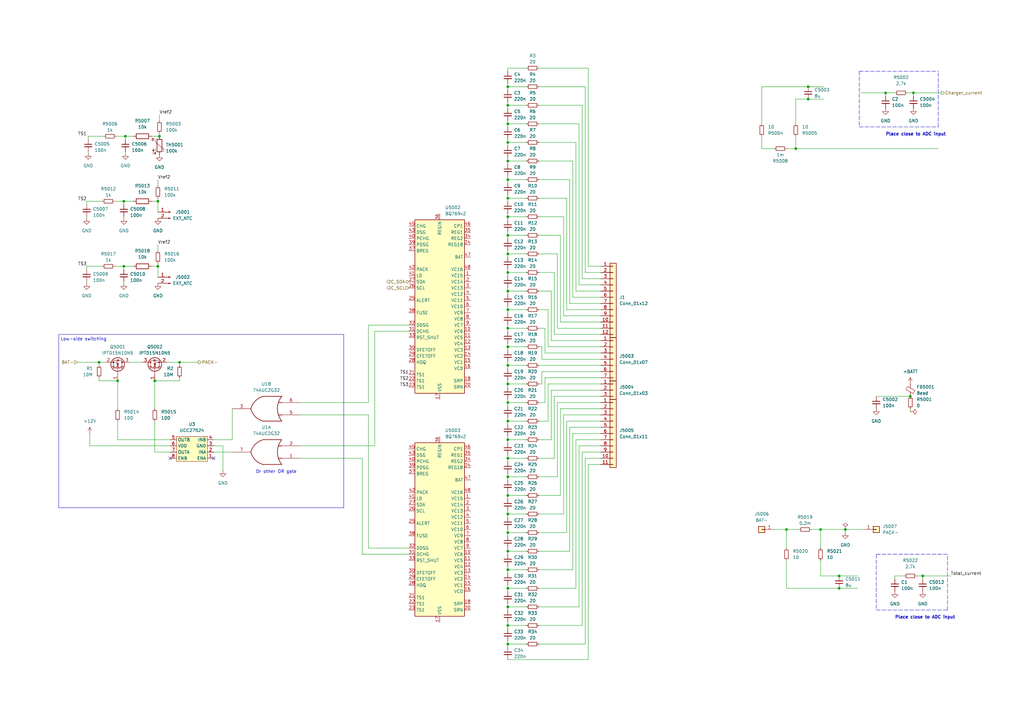
<source format=kicad_sch>
(kicad_sch (version 20231120) (generator "eeschema") (generator_version "8.0")
  (paper "A3")
  (title_block (title "GreenMobi BMS") (date "2024-02-13") (rev "ALPHA") (company "GreenMobi"))
  (junction (at 208.28 134.62))
  (junction (at 208.28 35.56))
  (junction (at 346.71 217.17))
  (junction (at 208.28 50.8))
  (junction (at 208.28 43.18))
  (junction (at 208.28 111.76))
  (junction (at 208.28 157.48))
  (junction (at 208.28 127))
  (junction (at 64.77 109.22))
  (junction (at 63.5 156.21))
  (junction (at 50.8 109.22))
  (junction (at 331.47 40.64))
  (junction (at 73.66 148.59))
  (junction (at 208.28 256.54))
  (junction (at 208.28 241.3))
  (junction (at 50.8 82.55))
  (junction (at 208.28 73.66))
  (junction (at 208.28 210.82))
  (junction (at 65.405 55.88))
  (junction (at 363.22 38.1))
  (junction (at 336.55 217.17))
  (junction (at 40.64 148.59))
  (junction (at 208.28 180.34))
  (junction (at 208.28 81.28))
  (junction (at 48.26 156.21))
  (junction (at 326.39 60.96))
  (junction (at 208.28 58.42))
  (junction (at 344.17 236.22))
  (junction (at 208.28 248.92))
  (junction (at 208.28 187.96))
  (junction (at 208.28 233.68))
  (junction (at 208.28 203.2))
  (junction (at 208.28 66.04))
  (junction (at 208.28 195.58))
  (junction (at 373.38 162.56))
  (junction (at 208.28 149.86))
  (junction (at 208.28 88.9))
  (junction (at 208.28 172.72))
  (junction (at 208.28 96.52))
  (junction (at 374.65 38.1))
  (junction (at 208.28 226.06))
  (junction (at 331.47 35.56))
  (junction (at 208.28 142.24))
  (junction (at 64.77 82.55))
  (junction (at 51.435 55.88))
  (junction (at 344.17 241.3))
  (junction (at 208.28 264.16))
  (junction (at 378.46 236.22))
  (junction (at 208.28 165.1))
  (junction (at 208.28 119.38))
  (junction (at 322.58 217.17))
  (junction (at 208.28 218.44))
  (junction (at 208.28 104.14))
  (no_connect (at 69.85 187.96))
  (no_connect (at 87.63 187.96))
  (wire (pts (xy 69.85 180.34) (xy 48.26 180.34)))
  (wire (pts (xy 215.9 111.76) (xy 208.28 111.76)))
  (wire (pts (xy 220.98 248.92) (xy 237.49 248.92)))
  (wire (pts (xy 35.56 83.82) (xy 35.56 82.55)))
  (wire (pts (xy 231.14 170.18) (xy 231.14 210.82)))
  (wire (pts (xy 312.42 35.56) (xy 331.47 35.56)))
  (wire (pts (xy 208.28 242.57) (xy 208.28 241.3)))
  (wire (pts (xy 208.28 181.61) (xy 208.28 180.34)))
  (wire (pts (xy 237.49 50.8) (xy 237.49 116.84)))
  (wire (pts (xy 51.435 62.23) (xy 51.435 62.865)))
  (wire (pts (xy 64.77 81.28) (xy 64.77 82.55)))
  (wire (pts (xy 208.28 179.07) (xy 208.28 180.34)))
  (polyline (pts (xy 359.41 250.19) (xy 388.62 250.19)) (stroke (width 0) (type dash)))
  (polyline (pts (xy 352.425 52.07) (xy 384.81 52.07)) (stroke (width 0) (type dash)))
  (wire (pts (xy 50.8 88.9) (xy 50.8 89.535)))
  (wire (pts (xy 69.85 182.88) (xy 36.83 182.88)))
  (wire (pts (xy 208.28 219.71) (xy 208.28 218.44)))
  (wire (pts (xy 220.98 50.8) (xy 237.49 50.8)))
  (wire (pts (xy 222.25 152.4) (xy 222.25 157.48)))
  (wire (pts (xy 47.625 55.88) (xy 51.435 55.88)))
  (wire (pts (xy 224.79 142.24) (xy 224.79 127)))
  (wire (pts (xy 215.9 233.68) (xy 208.28 233.68)))
  (wire (pts (xy 208.28 95.25) (xy 208.28 96.52)))
  (wire (pts (xy 378.46 236.22) (xy 389.89 236.22)))
  (wire (pts (xy 240.03 35.56) (xy 240.03 111.76)))
  (wire (pts (xy 222.25 142.24) (xy 220.98 142.24)))
  (wire (pts (xy 229.87 132.08) (xy 246.38 132.08)))
  (wire (pts (xy 215.9 241.3) (xy 208.28 241.3)))
  (wire (pts (xy 346.71 217.17) (xy 354.33 217.17)))
  (wire (pts (xy 215.9 127) (xy 208.28 127)))
  (wire (pts (xy 31.75 148.59) (xy 40.64 148.59)))
  (wire (pts (xy 246.38 137.16) (xy 227.33 137.16)))
  (wire (pts (xy 312.42 60.96) (xy 312.42 55.88)))
  (wire (pts (xy 208.28 125.73) (xy 208.28 127)))
  (wire (pts (xy 222.25 147.32) (xy 222.25 142.24)))
  (wire (pts (xy 220.98 104.14) (xy 228.6 104.14)))
  (wire (pts (xy 208.28 118.11) (xy 208.28 119.38)))
  (wire (pts (xy 208.28 97.79) (xy 208.28 96.52)))
  (wire (pts (xy 215.9 264.16) (xy 208.28 264.16)))
  (wire (pts (xy 215.9 58.42) (xy 208.28 58.42)))
  (wire (pts (xy 246.38 160.02) (xy 226.06 160.02)))
  (wire (pts (xy 167.64 133.35) (xy 151.13 133.35)))
  (wire (pts (xy 233.68 175.26) (xy 233.68 226.06)))
  (wire (pts (xy 246.38 129.54) (xy 231.14 129.54)))
  (wire (pts (xy 238.76 185.42) (xy 238.76 256.54)))
  (wire (pts (xy 208.28 90.17) (xy 208.28 88.9)))
  (wire (pts (xy 375.92 236.22) (xy 378.46 236.22)))
  (wire (pts (xy 220.98 81.28) (xy 232.41 81.28)))
  (wire (pts (xy 232.41 81.28) (xy 232.41 127)))
  (wire (pts (xy 208.28 163.83) (xy 208.28 165.1)))
  (wire (pts (xy 238.76 114.3) (xy 238.76 43.18)))
  (wire (pts (xy 208.28 265.43) (xy 208.28 264.16)))
  (wire (pts (xy 65.405 54.61) (xy 65.405 55.88)))
  (wire (pts (xy 236.22 119.38) (xy 236.22 58.42)))
  (wire (pts (xy 208.28 232.41) (xy 208.28 233.68)))
  (wire (pts (xy 246.38 142.24) (xy 224.79 142.24)))
  (wire (pts (xy 167.64 135.89) (xy 153.67 135.89)))
  (wire (pts (xy 223.52 134.62) (xy 223.52 144.78)))
  (wire (pts (xy 353.06 38.1) (xy 363.22 38.1)))
  (wire (pts (xy 226.06 160.02) (xy 226.06 180.34)))
  (wire (pts (xy 246.38 152.4) (xy 222.25 152.4)))
  (wire (pts (xy 208.28 113.03) (xy 208.28 111.76)))
  (wire (pts (xy 215.9 172.72) (xy 208.28 172.72)))
  (wire (pts (xy 246.38 185.42) (xy 238.76 185.42)))
  (wire (pts (xy 36.195 55.88) (xy 42.545 55.88)))
  (wire (pts (xy 226.06 139.7) (xy 246.38 139.7)))
  (wire (pts (xy 215.9 210.82) (xy 208.28 210.82)))
  (wire (pts (xy 208.28 67.31) (xy 208.28 66.04)))
  (wire (pts (xy 208.28 82.55) (xy 208.28 81.28)))
  (wire (pts (xy 63.5 185.42) (xy 63.5 172.72)))
  (wire (pts (xy 208.28 227.33) (xy 208.28 226.06)))
  (wire (pts (xy 240.03 111.76) (xy 246.38 111.76)))
  (wire (pts (xy 246.38 165.1) (xy 228.6 165.1)))
  (wire (pts (xy 246.38 147.32) (xy 222.25 147.32)))
  (wire (pts (xy 123.19 187.96) (xy 148.59 187.96)))
  (wire (pts (xy 64.77 113.665) (xy 64.77 109.22)))
  (wire (pts (xy 220.98 58.42) (xy 236.22 58.42)))
  (wire (pts (xy 246.38 180.34) (xy 236.22 180.34)))
  (wire (pts (xy 215.9 180.34) (xy 208.28 180.34)))
  (wire (pts (xy 208.28 224.79) (xy 208.28 226.06)))
  (wire (pts (xy 237.49 182.88) (xy 237.49 248.92)))
  (wire (pts (xy 336.55 229.87) (xy 336.55 236.22)))
  (wire (pts (xy 322.58 60.96) (xy 326.39 60.96)))
  (wire (pts (xy 208.28 217.17) (xy 208.28 218.44)))
  (wire (pts (xy 220.98 241.3) (xy 236.22 241.3)))
  (wire (pts (xy 220.98 111.76) (xy 227.33 111.76)))
  (wire (pts (xy 236.22 180.34) (xy 236.22 241.3)))
  (wire (pts (xy 234.95 177.8) (xy 234.95 233.68)))
  (wire (pts (xy 237.49 116.84) (xy 246.38 116.84)))
  (wire (pts (xy 62.23 82.55) (xy 64.77 82.55)))
  (wire (pts (xy 148.59 187.96) (xy 148.59 227.33)))
  (wire (pts (xy 40.64 156.21) (xy 40.64 154.94)))
  (wire (pts (xy 322.58 229.87) (xy 322.58 241.3)))
  (wire (pts (xy 208.28 57.15) (xy 208.28 58.42)))
  (wire (pts (xy 359.41 162.56) (xy 373.38 162.56)))
  (wire (pts (xy 223.52 154.94) (xy 246.38 154.94)))
  (wire (pts (xy 215.9 218.44) (xy 208.28 218.44)))
  (wire (pts (xy 215.9 226.06) (xy 208.28 226.06)))
  (wire (pts (xy 208.28 158.75) (xy 208.28 157.48)))
  (wire (pts (xy 215.9 142.24) (xy 208.28 142.24)))
  (wire (pts (xy 215.9 43.18) (xy 208.28 43.18)))
  (wire (pts (xy 208.28 64.77) (xy 208.28 66.04)))
  (wire (pts (xy 91.44 182.88) (xy 91.44 193.04)))
  (wire (pts (xy 51.435 55.88) (xy 54.61 55.88)))
  (wire (pts (xy 40.64 148.59) (xy 43.18 148.59)))
  (wire (pts (xy 246.38 182.88) (xy 237.49 182.88)))
  (wire (pts (xy 215.9 203.2) (xy 208.28 203.2)))
  (wire (pts (xy 40.64 156.21) (xy 48.26 156.21)))
  (wire (pts (xy 50.8 115.57) (xy 50.8 116.205)))
  (wire (pts (xy 220.98 96.52) (xy 229.87 96.52)))
  (wire (pts (xy 367.03 236.22) (xy 370.84 236.22)))
  (wire (pts (xy 208.28 120.65) (xy 208.28 119.38)))
  (wire (pts (xy 220.98 226.06) (xy 233.68 226.06)))
  (wire (pts (xy 215.9 195.58) (xy 208.28 195.58)))
  (wire (pts (xy 220.98 35.56) (xy 240.03 35.56)))
  (polyline (pts (xy 352.425 29.21) (xy 384.81 29.21)) (stroke (width 0) (type dash)))
  (wire (pts (xy 227.33 137.16) (xy 227.33 111.76)))
  (wire (pts (xy 215.9 104.14) (xy 208.28 104.14)))
  (wire (pts (xy 46.99 109.22) (xy 50.8 109.22)))
  (wire (pts (xy 223.52 134.62) (xy 220.98 134.62)))
  (wire (pts (xy 226.06 119.38) (xy 226.06 139.7)))
  (polyline (pts (xy 352.425 29.21) (xy 352.425 52.07)) (stroke (width 0) (type dash)))
  (wire (pts (xy 373.38 168.91) (xy 373.38 167.64)))
  (wire (pts (xy 208.28 212.09) (xy 208.28 210.82)))
  (wire (pts (xy 208.28 105.41) (xy 208.28 104.14)))
  (wire (pts (xy 40.64 148.59) (xy 40.64 149.86)))
  (wire (pts (xy 220.98 195.58) (xy 228.6 195.58)))
  (wire (pts (xy 220.98 43.18) (xy 238.76 43.18)))
  (wire (pts (xy 51.435 57.15) (xy 51.435 55.88)))
  (wire (pts (xy 64.77 86.995) (xy 64.77 82.55)))
  (wire (pts (xy 208.28 257.81) (xy 208.28 256.54)))
  (wire (pts (xy 215.9 157.48) (xy 208.28 157.48)))
  (wire (pts (xy 363.22 38.1) (xy 363.22 39.37)))
  (wire (pts (xy 151.13 133.35) (xy 151.13 165.1)))
  (wire (pts (xy 229.87 96.52) (xy 229.87 132.08)))
  (wire (pts (xy 374.65 38.1) (xy 386.08 38.1)))
  (wire (pts (xy 208.28 240.03) (xy 208.28 241.3)))
  (wire (pts (xy 232.41 127) (xy 246.38 127)))
  (wire (pts (xy 227.33 162.56) (xy 227.33 187.96)))
  (wire (pts (xy 215.9 256.54) (xy 208.28 256.54)))
  (wire (pts (xy 378.46 236.22) (xy 378.46 237.49)))
  (wire (pts (xy 208.28 171.45) (xy 208.28 172.72)))
  (wire (pts (xy 50.8 110.49) (xy 50.8 109.22)))
  (wire (pts (xy 224.79 157.48) (xy 224.79 172.72)))
  (wire (pts (xy 208.28 156.21) (xy 208.28 157.48)))
  (wire (pts (xy 220.98 88.9) (xy 231.14 88.9)))
  (wire (pts (xy 215.9 50.8) (xy 208.28 50.8)))
  (wire (pts (xy 46.99 82.55) (xy 50.8 82.55)))
  (wire (pts (xy 246.38 187.96) (xy 240.03 187.96)))
  (wire (pts (xy 322.58 217.17) (xy 322.58 224.79)))
  (wire (pts (xy 215.9 187.96) (xy 208.28 187.96)))
  (wire (pts (xy 208.28 250.19) (xy 208.28 248.92)))
  (wire (pts (xy 215.9 35.56) (xy 208.28 35.56)))
  (wire (pts (xy 215.9 73.66) (xy 208.28 73.66)))
  (wire (pts (xy 73.66 148.59) (xy 81.28 148.59)))
  (wire (pts (xy 208.28 110.49) (xy 208.28 111.76)))
  (wire (pts (xy 220.98 264.16) (xy 240.03 264.16)))
  (wire (pts (xy 151.13 170.18) (xy 123.19 170.18)))
  (wire (pts (xy 208.28 143.51) (xy 208.28 142.24)))
  (wire (pts (xy 208.28 234.95) (xy 208.28 233.68)))
  (wire (pts (xy 208.28 102.87) (xy 208.28 104.14)))
  (polyline (pts (xy 359.41 227.33) (xy 359.41 250.19)) (stroke (width 0) (type dash)))
  (wire (pts (xy 220.98 119.38) (xy 226.06 119.38)))
  (wire (pts (xy 48.26 180.34) (xy 48.26 172.72)))
  (wire (pts (xy 48.26 156.21) (xy 48.26 167.64)))
  (wire (pts (xy 153.67 135.89) (xy 153.67 182.88)))
  (wire (pts (xy 229.87 167.64) (xy 229.87 203.2)))
  (wire (pts (xy 374.65 38.1) (xy 374.65 39.37)))
  (wire (pts (xy 246.38 175.26) (xy 233.68 175.26)))
  (wire (pts (xy 208.28 34.29) (xy 208.28 35.56)))
  (wire (pts (xy 62.23 55.88) (xy 65.405 55.88)))
  (wire (pts (xy 246.38 190.5) (xy 241.3 190.5)))
  (wire (pts (xy 95.25 167.64) (xy 95.25 180.34)))
  (wire (pts (xy 367.03 237.49) (xy 367.03 236.22)))
  (polyline (pts (xy 388.62 250.19) (xy 388.62 227.33)) (stroke (width 0) (type dash)))
  (wire (pts (xy 63.5 156.21) (xy 63.5 167.64)))
  (wire (pts (xy 215.9 149.86) (xy 208.28 149.86)))
  (wire (pts (xy 36.83 182.88) (xy 36.83 177.8)))
  (wire (pts (xy 215.9 119.38) (xy 208.28 119.38)))
  (wire (pts (xy 246.38 124.46) (xy 233.68 124.46)))
  (wire (pts (xy 246.38 167.64) (xy 229.87 167.64)))
  (wire (pts (xy 35.56 110.49) (xy 35.56 109.22)))
  (polyline (pts (xy 384.81 52.07) (xy 384.81 29.21)) (stroke (width 0) (type dash)))
  (wire (pts (xy 332.74 217.17) (xy 336.55 217.17)))
  (wire (pts (xy 240.03 187.96) (xy 240.03 264.16)))
  (wire (pts (xy 151.13 165.1) (xy 123.19 165.1)))
  (wire (pts (xy 322.58 241.3) (xy 344.17 241.3)))
  (wire (pts (xy 208.28 133.35) (xy 208.28 134.62)))
  (wire (pts (xy 223.52 165.1) (xy 220.98 165.1)))
  (wire (pts (xy 87.63 185.42) (xy 95.25 185.42)))
  (wire (pts (xy 208.28 209.55) (xy 208.28 210.82)))
  (wire (pts (xy 220.98 233.68) (xy 234.95 233.68)))
  (wire (pts (xy 344.17 236.22) (xy 351.79 236.22)))
  (wire (pts (xy 208.28 173.99) (xy 208.28 172.72)))
  (wire (pts (xy 208.28 204.47) (xy 208.28 203.2)))
  (wire (pts (xy 95.25 180.34) (xy 87.63 180.34)))
  (wire (pts (xy 220.98 210.82) (xy 231.14 210.82)))
  (wire (pts (xy 208.28 52.07) (xy 208.28 50.8)))
  (wire (pts (xy 208.28 128.27) (xy 208.28 127)))
  (wire (pts (xy 208.28 189.23) (xy 208.28 187.96)))
  (wire (pts (xy 234.95 66.04) (xy 234.95 121.92)))
  (wire (pts (xy 87.63 182.88) (xy 91.44 182.88)))
  (wire (pts (xy 35.56 109.22) (xy 41.91 109.22)))
  (wire (pts (xy 223.52 165.1) (xy 223.52 154.94)))
  (wire (pts (xy 73.66 154.94) (xy 73.66 156.21)))
  (wire (pts (xy 148.59 227.33) (xy 167.64 227.33)))
  (wire (pts (xy 246.38 114.3) (xy 238.76 114.3)))
  (wire (pts (xy 220.98 218.44) (xy 232.41 218.44)))
  (wire (pts (xy 208.28 41.91) (xy 208.28 43.18)))
  (wire (pts (xy 326.39 40.64) (xy 326.39 50.8)))
  (wire (pts (xy 220.98 149.86) (xy 246.38 149.86)))
  (wire (pts (xy 231.14 129.54) (xy 231.14 88.9)))
  (wire (pts (xy 215.9 66.04) (xy 208.28 66.04)))
  (wire (pts (xy 222.25 157.48) (xy 220.98 157.48)))
  (wire (pts (xy 312.42 35.56) (xy 312.42 50.8)))
  (wire (pts (xy 246.38 119.38) (xy 236.22 119.38)))
  (wire (pts (xy 208.28 36.83) (xy 208.28 35.56)))
  (wire (pts (xy 326.39 60.96) (xy 384.81 60.96)))
  (wire (pts (xy 220.98 127) (xy 224.79 127)))
  (wire (pts (xy 363.22 38.1) (xy 367.03 38.1)))
  (wire (pts (xy 317.5 217.17) (xy 322.58 217.17)))
  (wire (pts (xy 208.28 80.01) (xy 208.28 81.28)))
  (wire (pts (xy 234.95 121.92) (xy 246.38 121.92)))
  (wire (pts (xy 246.38 162.56) (xy 227.33 162.56)))
  (wire (pts (xy 50.8 83.82) (xy 50.8 82.55)))
  (wire (pts (xy 208.28 194.31) (xy 208.28 195.58)))
  (wire (pts (xy 151.13 224.79) (xy 151.13 170.18)))
  (wire (pts (xy 326.39 40.64) (xy 331.47 40.64)))
  (wire (pts (xy 208.28 59.69) (xy 208.28 58.42)))
  (wire (pts (xy 35.56 82.55) (xy 41.91 82.55)))
  (wire (pts (xy 53.34 148.59) (xy 58.42 148.59)))
  (wire (pts (xy 346.71 218.44) (xy 346.71 217.17)))
  (wire (pts (xy 215.9 165.1) (xy 208.28 165.1)))
  (wire (pts (xy 220.98 187.96) (xy 227.33 187.96)))
  (wire (pts (xy 208.28 72.39) (xy 208.28 73.66)))
  (wire (pts (xy 336.55 236.22) (xy 344.17 236.22)))
  (wire (pts (xy 35.56 89.535) (xy 35.56 88.9)))
  (wire (pts (xy 208.28 135.89) (xy 208.28 134.62)))
  (wire (pts (xy 208.28 44.45) (xy 208.28 43.18)))
  (wire (pts (xy 69.85 185.42) (xy 63.5 185.42)))
  (wire (pts (xy 246.38 172.72) (xy 232.41 172.72)))
  (wire (pts (xy 36.195 62.865) (xy 36.195 62.23)))
  (wire (pts (xy 232.41 172.72) (xy 232.41 218.44)))
  (wire (pts (xy 326.39 60.96) (xy 326.39 55.88)))
  (wire (pts (xy 372.11 38.1) (xy 374.65 38.1)))
  (wire (pts (xy 215.9 134.62) (xy 208.28 134.62)))
  (wire (pts (xy 220.98 27.94) (xy 241.3 27.94)))
  (wire (pts (xy 228.6 134.62) (xy 228.6 104.14)))
  (wire (pts (xy 215.9 248.92) (xy 208.28 248.92)))
  (wire (pts (xy 208.28 186.69) (xy 208.28 187.96)))
  (wire (pts (xy 233.68 124.46) (xy 233.68 73.66)))
  (wire (pts (xy 246.38 170.18) (xy 231.14 170.18)))
  (wire (pts (xy 241.3 109.22) (xy 241.3 27.94)))
  (wire (pts (xy 241.3 270.51) (xy 208.28 270.51)))
  (wire (pts (xy 64.77 100.33) (xy 64.77 102.87)))
  (wire (pts (xy 312.42 60.96) (xy 317.5 60.96)))
  (wire (pts (xy 336.55 217.17) (xy 346.71 217.17)))
  (wire (pts (xy 63.5 156.21) (xy 73.66 156.21)))
  (wire (pts (xy 208.28 74.93) (xy 208.28 73.66)))
  (wire (pts (xy 208.28 247.65) (xy 208.28 248.92)))
  (wire (pts (xy 228.6 165.1) (xy 228.6 195.58)))
  (wire (pts (xy 208.28 87.63) (xy 208.28 88.9)))
  (wire (pts (xy 220.98 172.72) (xy 224.79 172.72)))
  (wire (pts (xy 208.28 29.21) (xy 208.28 27.94)))
  (wire (pts (xy 220.98 66.04) (xy 234.95 66.04)))
  (wire (pts (xy 336.55 217.17) (xy 336.55 224.79)))
  (wire (pts (xy 220.98 180.34) (xy 226.06 180.34)))
  (wire (pts (xy 246.38 157.48) (xy 224.79 157.48)))
  (wire (pts (xy 215.9 96.52) (xy 208.28 96.52)))
  (wire (pts (xy 220.98 203.2) (xy 229.87 203.2)))
  (wire (pts (xy 220.98 73.66) (xy 233.68 73.66)))
  (wire (pts (xy 50.8 82.55) (xy 54.61 82.55)))
  (wire (pts (xy 35.56 116.205) (xy 35.56 115.57)))
  (wire (pts (xy 246.38 134.62) (xy 228.6 134.62)))
  (wire (pts (xy 208.28 255.27) (xy 208.28 256.54)))
  (wire (pts (xy 246.38 109.22) (xy 241.3 109.22)))
  (wire (pts (xy 208.28 49.53) (xy 208.28 50.8)))
  (wire (pts (xy 220.98 256.54) (xy 238.76 256.54)))
  (wire (pts (xy 331.47 40.64) (xy 337.82 40.64)))
  (wire (pts (xy 65.405 46.99) (xy 65.405 49.53)))
  (wire (pts (xy 68.58 148.59) (xy 73.66 148.59)))
  (wire (pts (xy 246.38 177.8) (xy 234.95 177.8)))
  (wire (pts (xy 241.3 190.5) (xy 241.3 270.51)))
  (wire (pts (xy 208.28 27.94) (xy 215.9 27.94)))
  (wire (pts (xy 208.28 151.13) (xy 208.28 149.86)))
  (polyline (pts (xy 359.41 227.33) (xy 388.62 227.33)) (stroke (width 0) (type dash)))
  (wire (pts (xy 208.28 148.59) (xy 208.28 149.86)))
  (wire (pts (xy 208.28 262.89) (xy 208.28 264.16)))
  (wire (pts (xy 62.23 109.22) (xy 64.77 109.22)))
  (wire (pts (xy 208.28 166.37) (xy 208.28 165.1)))
  (wire (pts (xy 73.66 148.59) (xy 73.66 149.86)))
  (wire (pts (xy 344.17 241.3) (xy 351.79 241.3)))
  (wire (pts (xy 215.9 81.28) (xy 208.28 81.28)))
  (wire (pts (xy 50.8 109.22) (xy 54.61 109.22)))
  (wire (pts (xy 208.28 201.93) (xy 208.28 203.2)))
  (wire (pts (xy 64.77 107.95) (xy 64.77 109.22)))
  (wire (pts (xy 64.77 73.66) (xy 64.77 76.2)))
  (wire (pts (xy 322.58 217.17) (xy 327.66 217.17)))
  (wire (pts (xy 167.64 224.79) (xy 151.13 224.79)))
  (wire (pts (xy 208.28 140.97) (xy 208.28 142.24)))
  (wire (pts (xy 331.47 35.56) (xy 337.82 35.56)))
  (wire (pts (xy 153.67 182.88) (xy 123.19 182.88)))
  (wire (pts (xy 208.28 196.85) (xy 208.28 195.58)))
  (wire (pts (xy 223.52 144.78) (xy 246.38 144.78)))
  (wire (pts (xy 215.9 88.9) (xy 208.28 88.9)))
  (wire (pts (xy 36.195 57.15) (xy 36.195 55.88)))
  (rectangle (start 24.13 137.16) (end 140.97 208.28))
  (text "Or other OR gate" (at 113.284 193.548 0) (effects (font (size 1.27 1.27))))
  (text "Place close to ADC input" (at 363.22 55.88 0) (effects (font (size 1.27 1.27) (bold yes)) (justify left bottom)))
  (text "Low-side switching" (at 34.29 139.192 0) (effects (font (size 1.27 1.27))))
  (text "Place close to ADC input" (at 367.03 254 0) (effects (font (size 1.27 1.27) (bold yes)) (justify left bottom)))
  (label "TS3" (at 167.64 158.75 180))
  (label "TS1" (at 167.64 153.67 180))
  (label "Total_current" (at 389.89 236.22 0))
  (label "TS2" (at 35.56 82.55 180))
  (label "TS1" (at 35.56 55.88 180))
  (label "Vref2" (at 64.77 100.33 0))
  (label "TS2" (at 167.64 156.21 180))
  (label "Vref2" (at 65.405 46.99 0))
  (label "Vref2" (at 64.77 73.66 0))
  (label "TS3" (at 35.56 109.22 180))
  (hierarchical_label "PACK-" (shape output) (at 81.28 148.59 0))
  (hierarchical_label "I2C_SDA" (shape bidirectional) (at 167.64 115.57 180))
  (hierarchical_label "Charger_current" (shape output) (at 386.08 38.1 0))
  (hierarchical_label "I2C_SCL" (shape input) (at 167.64 118.11 180))
  (hierarchical_label "BAT-" (shape input) (at 31.75 148.59 180))
  (symbol (lib_id "Connector_Generic:Conn_01x01") (at 312.42 217.17 180) (unit 1)
    (property "Reference" "J5006" (at 312.42 210.82 0))
    (property "Value" "BAT-" (at 312.42 213.36 0))
    (property "Footprint" "TestPoint:TestPoint_Pad_4.0x4.0mm" (effects (hide yes)))
  )
  (symbol (lib_id "74xGxx:74AUC2G32") (at 107.95 185.42 180) (unit 1)
    (property "Reference" "U1" (at 109.22 175.26 0))
    (property "Value" "74AUC2G32" (at 109.22 177.8 0))
    (property "Datasheet" "http://www.ti.com/lit/sg/scyt129e/scyt129e.pdf" (effects (hide yes)))
    (property "Description" "Dual OR Gate, Low-Voltage CMOS" (effects (hide yes)))
  )
  (symbol (lib_id "power:GND") (at 91.44 193.04 0) (unit 1)
    (property "Reference" "#PWR04" (effects (hide yes)))
    (property "Value" "GND" (at 91.44 198.12 0))
  )
  (symbol (lib_id "Device:R_Small") (at 64.77 105.41 0) (unit 1)
    (property "Reference" "R5016" (at 67.31 104.14 0) (effects (justify left)))
    (property "Value" "100k" (at 67.31 106.68 0) (effects (justify left)))
    (property "Footprint" "Resistor_SMD:R_0603_1608Metric" (effects (hide yes)))
  )
  (symbol (lib_id "Device:C_Small") (at 35.56 86.36 0) (unit 1)
    (property "Reference" "C5007" (at 38.1 85.7313 0) (effects (justify left)))
    (property "Value" "100n" (at 38.1 88.2713 0) (effects (justify left)))
    (property "Footprint" "Capacitor_SMD:C_0402_1005Metric" (effects (hide yes)))
  )
  (symbol (lib_id "power:GND") (at 64.77 116.205 0) (mirror y) (unit 1)
    (property "Reference" "#PWR05014" (effects (hide yes)))
    (property "Value" "GND" (at 64.77 121.285 0))
  )
  (symbol (lib_id "Connector_Generic:Conn_01x11") (at 251.46 177.8 0) (unit 1)
    (property "Reference" "J5005" (at 254 176.5299 0) (effects (justify left)))
    (property "Value" "Conn_01x11" (at 254 179.0699 0) (effects (justify left)))
    (property "Footprint" "Connector_JST:JST_PH_S11B-PH-SM4-TB_1x11-1MP_P2.00mm_Horizontal" (effects (hide yes)))
    (property "Description" "Generic connector, single row, 01x11, script generated (kicad-library-utils/schlib/autogen/connector/)" (effects (hide yes)))
    (property "LCSC" "C3012280" (effects (hide yes)))
  )
  (symbol (lib_id "Device:C_Small") (at 208.28 69.85 0) (unit 1)
    (property "Reference" "C8" (at 210.82 68.5862 0) (effects (justify left)))
    (property "Value" "220n" (at 210.82 71.1262 0) (effects (justify left)))
    (property "Description" "Unpolarized capacitor, small symbol" (effects (hide yes)))
  )
  (symbol (lib_id "Connector_Generic:Conn_01x12") (at 251.46 121.92 0) (unit 1)
    (property "Reference" "J1" (at 254 121.9199 0) (effects (justify left)))
    (property "Value" "Conn_01x12" (at 254 124.4599 0) (effects (justify left)))
    (property "Description" "Generic connector, single row, 01x12, script generated (kicad-library-utils/schlib/autogen/connector/)" (effects (hide yes)))
  )
  (symbol (lib_id "power:PWR_FLAG") (at 373.38 168.91 270) (unit 1)
    (property "Reference" "#FLG05001" (effects (hide yes)))
    (property "Value" "PWR_FLAG" (effects (hide yes)))
  )
  (symbol (lib_id "Connector_Generic:Conn_01x01") (at 359.41 217.17 0) (unit 1)
    (property "Reference" "J5007" (at 361.95 215.8999 0) (effects (justify left)))
    (property "Value" "PACK-" (at 361.95 218.4399 0) (effects (justify left)))
    (property "Footprint" "TestPoint:TestPoint_Pad_4.0x4.0mm" (effects (hide yes)))
  )
  (symbol (lib_id "Connector:Conn_01x02_Pin") (at 69.85 113.665 0) (mirror y) (unit 1)
    (property "Reference" "J5002" (at 74.93 113.665 0))
    (property "Value" "EXT_NTC" (at 74.93 116.205 0))
    (property "Footprint" "Connector_JST:JST_PH_S2B-PH-SM4-TB_1x02-1MP_P2.00mm_Horizontal" (effects (hide yes)))
  )
  (symbol (lib_id "Device:R_Small") (at 218.44 66.04 90) (unit 1)
    (property "Reference" "R8" (at 218.44 60.96 90))
    (property "Value" "20" (at 218.44 63.5 90))
    (property "Description" "Resistor, small symbol" (effects (hide yes)))
  )
  (symbol (lib_id "power:GND") (at 378.46 242.57 0) (unit 1)
    (property "Reference" "#PWR05017" (effects (hide yes)))
    (property "Value" "GND" (at 378.46 247.65 0))
  )
  (symbol (lib_id "74xGxx:74AUC2G32") (at 107.95 167.64 180) (unit 2)
    (property "Reference" "U1" (at 109.22 157.48 0))
    (property "Value" "74AUC2G32" (at 109.22 160.02 0))
    (property "Datasheet" "http://www.ti.com/lit/sg/scyt129e/scyt129e.pdf" (effects (hide yes)))
    (property "Description" "Dual OR Gate, Low-Voltage CMOS" (effects (hide yes)))
  )
  (symbol (lib_id "Device:R_Small") (at 45.085 55.88 270) (unit 1)
    (property "Reference" "R5006" (at 45.085 50.8 90))
    (property "Value" "1k" (at 45.085 53.34 90))
    (property "Footprint" "Resistor_SMD:R_0603_1608Metric" (effects (hide yes)))
  )
  (symbol (lib_id "Device:R_Small") (at 218.44 203.2 90) (unit 1)
    (property "Reference" "R26" (at 218.44 198.12 90))
    (property "Value" "20" (at 218.44 200.66 90))
    (property "Description" "Resistor, small symbol" (effects (hide yes)))
  )
  (symbol (lib_id "Device:C_Small") (at 208.28 207.01 0) (unit 1)
    (property "Reference" "C26" (at 210.82 205.7462 0) (effects (justify left)))
    (property "Value" "220n" (at 210.82 208.2862 0) (effects (justify left)))
    (property "Description" "Unpolarized capacitor, small symbol" (effects (hide yes)))
  )
  (symbol (lib_id "Device:R_Small") (at 218.44 58.42 90) (unit 1)
    (property "Reference" "R7" (at 218.44 53.34 90))
    (property "Value" "20" (at 218.44 55.88 90))
    (property "Description" "Resistor, small symbol" (effects (hide yes)))
  )
  (symbol (lib_id "Device:C_Small") (at 208.28 107.95 0) (unit 1)
    (property "Reference" "C13" (at 210.82 106.6862 0) (effects (justify left)))
    (property "Value" "220n" (at 210.82 109.2262 0) (effects (justify left)))
    (property "Description" "Unpolarized capacitor, small symbol" (effects (hide yes)))
  )
  (symbol (lib_id "power:GND") (at 35.56 116.205 0) (unit 1)
    (property "Reference" "#PWR05012" (effects (hide yes)))
    (property "Value" "GND" (at 35.56 121.285 0))
  )
  (symbol (lib_id "Device:R_Small") (at 218.44 43.18 90) (unit 1)
    (property "Reference" "R5" (at 218.44 38.1 90))
    (property "Value" "20" (at 218.44 40.64 90))
    (property "Description" "Resistor, small symbol" (effects (hide yes)))
  )
  (symbol (lib_id "Device:R_Small") (at 218.44 73.66 90) (unit 1)
    (property "Reference" "R9" (at 218.44 68.58 90))
    (property "Value" "20" (at 218.44 71.12 90))
    (property "Description" "Resistor, small symbol" (effects (hide yes)))
  )
  (symbol (lib_id "Device:C_Small") (at 208.28 77.47 0) (unit 1)
    (property "Reference" "C9" (at 210.82 76.2062 0) (effects (justify left)))
    (property "Value" "220n" (at 210.82 78.7462 0) (effects (justify left)))
    (property "Description" "Unpolarized capacitor, small symbol" (effects (hide yes)))
  )
  (symbol (lib_id "Device:C_Small") (at 208.28 100.33 0) (unit 1)
    (property "Reference" "C12" (at 210.82 99.0662 0) (effects (justify left)))
    (property "Value" "220n" (at 210.82 101.6062 0) (effects (justify left)))
    (property "Description" "Unpolarized capacitor, small symbol" (effects (hide yes)))
  )
  (symbol (lib_id "Device:C_Small") (at 208.28 54.61 0) (unit 1)
    (property "Reference" "C6" (at 210.82 53.3462 0) (effects (justify left)))
    (property "Value" "220n" (at 210.82 55.8862 0) (effects (justify left)))
    (property "Description" "Unpolarized capacitor, small symbol" (effects (hide yes)))
  )
  (symbol (lib_id "Device:C_Small") (at 208.28 267.97 0) (unit 1)
    (property "Reference" "C34" (at 210.82 266.7062 0) (effects (justify left)))
    (property "Value" "220n" (at 210.82 269.2462 0) (effects (justify left)))
    (property "Description" "Unpolarized capacitor, small symbol" (effects (hide yes)))
  )
  (symbol (lib_id "Device:Thermistor_NTC") (at 65.405 59.69 0) (unit 1)
    (property "Reference" "TH5001" (at 67.945 59.3725 0) (effects (justify left)))
    (property "Value" "100k" (at 67.945 61.9125 0) (effects (justify left)))
    (property "Footprint" "Resistor_SMD:R_0603_1608Metric" (effects (hide yes)))
  )
  (symbol (lib_id "Device:C_Small") (at 374.65 41.91 0) (unit 1)
    (property "Reference" "C5004" (at 377.19 40.6462 0) (effects (justify left)))
    (property "Value" "100n" (at 377.19 43.1862 0) (effects (justify left)))
    (property "Footprint" "Capacitor_SMD:C_0402_1005Metric" (effects (hide yes)))
  )
  (symbol (lib_id "Device:R_Small") (at 312.42 53.34 0) (mirror x) (unit 1)
    (property "Reference" "R5004" (at 314.96 54.6101 0) (effects (justify left)))
    (property "Value" "10" (at 314.96 52.0701 0) (effects (justify left)))
    (property "Description" "Resistor, small symbol" (effects (hide yes)))
  )
  (symbol (lib_id "Device:C_Small") (at 208.28 115.57 0) (unit 1)
    (property "Reference" "C14" (at 210.82 114.3062 0) (effects (justify left)))
    (property "Value" "220n" (at 210.82 116.8462 0) (effects (justify left)))
    (property "Description" "Unpolarized capacitor, small symbol" (effects (hide yes)))
  )
  (symbol (lib_id "power:+BATT") (at 373.38 157.48 0) (unit 1)
    (property "Reference" "#PWR05001" (effects (hide yes)))
    (property "Value" "+BATT" (at 373.38 152.4 0))
  )
  (symbol (lib_id "Device:R_Small") (at 218.44 172.72 90) (unit 1)
    (property "Reference" "R22" (at 218.44 167.64 90))
    (property "Value" "20" (at 218.44 170.18 90))
    (property "Description" "Resistor, small symbol" (effects (hide yes)))
  )
  (symbol (lib_id "Device:R_Small") (at 218.44 96.52 90) (unit 1)
    (property "Reference" "R12" (at 218.44 91.44 90))
    (property "Value" "20" (at 218.44 93.98 90))
    (property "Description" "Resistor, small symbol" (effects (hide yes)))
  )
  (symbol (lib_id "Device:C_Small") (at 359.41 165.1 0) (unit 1)
    (property "Reference" "C5002" (at 361.95 163.8363 0) (effects (justify left)))
    (property "Value" "100n" (at 361.95 166.3763 0) (effects (justify left)))
    (property "Footprint" "Capacitor_SMD:C_1206_3216Metric" (effects (hide yes)))
  )
  (symbol (lib_id "Device:R_Small") (at 218.44 27.94 90) (unit 1)
    (property "Reference" "R3" (at 218.44 22.86 90))
    (property "Value" "20" (at 218.44 25.4 90))
    (property "Description" "Resistor, small symbol" (effects (hide yes)))
  )
  (symbol (lib_id "power:+12V") (at 36.83 177.8 0) (unit 1)
    (property "Reference" "#PWR03" (effects (hide yes)))
    (property "Value" "+12V" (at 36.83 172.72 0))
    (property "Description" "Power symbol creates a global label with name \"+12V\"" (effects (hide yes)))
  )
  (symbol (lib_id "Device:C_Small") (at 363.22 41.91 0) (unit 1)
    (property "Reference" "C2" (at 365.76 40.6462 0) (effects (justify left)))
    (property "Value" "100n" (at 365.76 43.1862 0) (effects (justify left)))
    (property "Footprint" "Capacitor_SMD:C_0402_1005Metric" (effects (hide yes)))
  )
  (symbol (lib_id "Device:C_Small") (at 208.28 92.71 0) (unit 1)
    (property "Reference" "C11" (at 210.82 91.4462 0) (effects (justify left)))
    (property "Value" "220n" (at 210.82 93.9862 0) (effects (justify left)))
    (property "Description" "Unpolarized capacitor, small symbol" (effects (hide yes)))
  )
  (symbol (lib_id "Device:C_Small") (at 367.03 240.03 0) (unit 1)
    (property "Reference" "C1" (at 369.57 238.7662 0) (effects (justify left)))
    (property "Value" "100n" (at 369.57 241.3062 0) (effects (justify left)))
    (property "Footprint" "Capacitor_SMD:C_0402_1005Metric" (effects (hide yes)))
  )
  (symbol (lib_id "Device:R_Small") (at 218.44 35.56 90) (unit 1)
    (property "Reference" "R4" (at 218.44 30.48 90))
    (property "Value" "20" (at 218.44 33.02 90))
    (property "Description" "Resistor, small symbol" (effects (hide yes)))
  )
  (symbol (lib_id "Device:R_Small") (at 373.38 236.22 90) (unit 1)
    (property "Reference" "R5022" (at 373.38 229.87 90))
    (property "Value" "2.7k" (at 373.38 232.41 90))
    (property "Footprint" "Resistor_SMD:R_0402_1005Metric" (effects (hide yes)))
  )
  (symbol (lib_id "Device:C_Small") (at 208.28 168.91 0) (unit 1)
    (property "Reference" "C21" (at 210.82 167.6462 0) (effects (justify left)))
    (property "Value" "220n" (at 210.82 170.1862 0) (effects (justify left)))
    (property "Description" "Unpolarized capacitor, small symbol" (effects (hide yes)))
  )
  (symbol (lib_id "Device:C_Small") (at 208.28 39.37 0) (unit 1)
    (property "Reference" "C3" (at 210.82 38.1062 0) (effects (justify left)))
    (property "Value" "220n" (at 210.82 40.6462 0) (effects (justify left)))
    (property "Description" "Unpolarized capacitor, small symbol" (effects (hide yes)))
  )
  (symbol (lib_id "Device:R_Small") (at 64.77 78.74 0) (unit 1)
    (property "Reference" "R5011" (at 67.31 77.47 0) (effects (justify left)))
    (property "Value" "100k" (at 67.31 80.01 0) (effects (justify left)))
    (property "Footprint" "Resistor_SMD:R_0603_1608Metric" (effects (hide yes)))
  )
  (symbol (lib_id "Connector_Generic:Conn_01x07") (at 251.46 147.32 0) (unit 1)
    (property "Reference" "J5003" (at 254 146.0499 0) (effects (justify left)))
    (property "Value" "Conn_01x07" (at 254 148.5899 0) (effects (justify left)))
    (property "Description" "Generic connector, single row, 01x07, script generated (kicad-library-utils/schlib/autogen/connector/)" (effects (hide yes)))
  )
  (symbol (lib_id "Device:C_Small") (at 208.28 214.63 0) (unit 1)
    (property "Reference" "C27" (at 210.82 213.3662 0) (effects (justify left)))
    (property "Value" "220n" (at 210.82 215.9062 0) (effects (justify left)))
    (property "Description" "Unpolarized capacitor, small symbol" (effects (hide yes)))
  )
  (symbol (lib_id "Device:R_Small") (at 218.44 134.62 90) (unit 1)
    (property "Reference" "R17" (at 218.44 129.54 90))
    (property "Value" "20" (at 218.44 132.08 90))
    (property "Description" "Resistor, small symbol" (effects (hide yes)))
  )
  (symbol (lib_id "power:GND") (at 346.71 218.44 0) (unit 1)
    (property "Reference" "#PWR05015" (effects (hide yes)))
    (property "Value" "GND" (at 346.71 223.52 0))
  )
  (symbol (lib_id "Device:R_Small") (at 218.44 104.14 90) (unit 1)
    (property "Reference" "R13" (at 218.44 99.06 90))
    (property "Value" "20" (at 218.44 101.6 90))
    (property "Description" "Resistor, small symbol" (effects (hide yes)))
  )
  (symbol (lib_id "Device:R_Small") (at 373.38 165.1 0) (unit 1)
    (property "Reference" "R5001" (at 375.92 163.83 0) (effects (justify left)))
    (property "Value" "0" (at 375.92 166.37 0) (effects (justify left)))
    (property "Footprint" "Resistor_SMD:R_0603_1608Metric" (effects (hide yes)))
  )
  (symbol (lib_id "Device:C_Small") (at 344.17 238.76 180) (unit 1)
    (property "Reference" "C5011" (at 346.71 237.4835 0) (effects (justify right)))
    (property "Value" "8u" (at 346.71 240.0235 0) (effects (justify right)))
    (property "Description" "Unpolarized capacitor, small symbol" (effects (hide yes)))
  )
  (symbol (lib_id "Transistor_FET:IPT015N10N5") (at 48.26 151.13 270) (mirror x) (unit 1)
    (property "Reference" "Q5001" (at 48.26 142.24 90))
    (property "Value" "IPT015N10N5" (at 48.26 144.78 90))
    (property "Footprint" "Package_TO_SOT_SMD:Infineon_PG-HSOF-8-1" (effects (hide yes)))
    (property "Datasheet" "http://www.infineon.com/dgdl/Infineon-IPT015N10N5-DS-v02_01-EN.pdf?fileId=5546d4624a75e5f1014ac94680661aff" (effects (hide yes)))
    (property "LCSC" "C108964" (effects (hide yes)))
    (property "Alternate" "C2979263" (effects (hide yes)))
  )
  (symbol (lib_id "power:GND") (at 65.405 63.5 0) (unit 1)
    (property "Reference" "#PWR05008" (effects (hide yes)))
    (property "Value" "GND" (at 65.405 68.58 0))
  )
  (symbol (lib_id "power:GND") (at 374.65 44.45 0) (unit 1)
    (property "Reference" "#PWR05004" (effects (hide yes)))
    (property "Value" "GND" (at 374.65 49.53 0))
  )
  (symbol (lib_id "Device:R_Small") (at 218.44 142.24 90) (unit 1)
    (property "Reference" "R18" (at 218.44 137.16 90))
    (property "Value" "20" (at 218.44 139.7 90))
    (property "Description" "Resistor, small symbol" (effects (hide yes)))
  )
  (symbol (lib_id "Device:C_Small") (at 208.28 62.23 0) (unit 1)
    (property "Reference" "C7" (at 210.82 60.9662 0) (effects (justify left)))
    (property "Value" "220n" (at 210.82 63.5062 0) (effects (justify left)))
    (property "Description" "Unpolarized capacitor, small symbol" (effects (hide yes)))
  )
  (symbol (lib_id "Device:C_Small") (at 50.8 86.36 0) (unit 1)
    (property "Reference" "C5008" (at 53.34 85.7313 0) (effects (justify left)))
    (property "Value" "100n" (at 53.34 88.2713 0) (effects (justify left)))
    (property "Footprint" "Capacitor_SMD:C_0402_1005Metric" (effects (hide yes)))
  )
  (symbol (lib_id "Transistor_FET:IPT015N10N5") (at 63.5 151.13 90) (unit 1)
    (property "Reference" "Q5002" (at 63.5 142.24 90))
    (property "Value" "IPT015N10N5" (at 63.5 144.78 90))
    (property "Footprint" "Package_TO_SOT_SMD:Infineon_PG-HSOF-8-1" (effects (hide yes)))
    (property "Datasheet" "http://www.infineon.com/dgdl/Infineon-IPT015N10N5-DS-v02_01-EN.pdf?fileId=5546d4624a75e5f1014ac94680661aff" (effects (hide yes)))
    (property "LCSC" "C108964" (effects (hide yes)))
    (property "Alternate" "C2979263" (effects (hide yes)))
  )
  (symbol (lib_id "power:GND") (at 363.22 44.45 0) (unit 1)
    (property "Reference" "#PWR02" (effects (hide yes)))
    (property "Value" "GND" (at 363.22 49.53 0))
  )
  (symbol (lib_id "power:GND") (at 50.8 89.535 0) (unit 1)
    (property "Reference" "#PWR05010" (effects (hide yes)))
    (property "Value" "GND" (at 50.8 94.615 0))
  )
  (symbol (lib_id "Device:C_Small") (at 208.28 31.75 0) (unit 1)
    (property "Reference" "C4" (at 210.82 30.4862 0) (effects (justify left)))
    (property "Value" "220n" (at 210.82 33.0262 0) (effects (justify left)))
    (property "Description" "Unpolarized capacitor, small symbol" (effects (hide yes)))
  )
  (symbol (lib_id "Device:C_Small") (at 208.28 85.09 0) (unit 1)
    (property "Reference" "C10" (at 210.82 83.8262 0) (effects (justify left)))
    (property "Value" "220n" (at 210.82 86.3662 0) (effects (justify left)))
    (property "Description" "Unpolarized capacitor, small symbol" (effects (hide yes)))
  )
  (symbol (lib_id "Device:R_Small") (at 63.5 170.18 0) (unit 1)
    (property "Reference" "R5015" (at 66.04 168.9099 0) (effects (justify left)))
    (property "Value" "100" (at 66.04 171.4499 0) (effects (justify left)))
    (property "Description" "Resistor, small symbol" (effects (hide yes)))
  )
  (symbol (lib_id "Device:R") (at 58.42 55.88 90) (unit 1)
    (property "Reference" "R5007" (at 58.42 49.53 90))
    (property "Value" "10k" (at 58.42 52.07 90))
    (property "Description" "Resistor" (effects (hide yes)))
  )
  (symbol (lib_id "Device:R_Small") (at 48.26 170.18 0) (unit 1)
    (property "Reference" "R5014" (at 50.8 168.9099 0) (effects (justify left)))
    (property "Value" "100" (at 50.8 171.4499 0) (effects (justify left)))
    (property "Description" "Resistor, small symbol" (effects (hide yes)))
  )
  (symbol (lib_id "Device:C_Small") (at 208.28 191.77 0) (unit 1)
    (property "Reference" "C24" (at 210.82 190.5062 0) (effects (justify left)))
    (property "Value" "220n" (at 210.82 193.0462 0) (effects (justify left)))
    (property "Description" "Unpolarized capacitor, small symbol" (effects (hide yes)))
  )
  (symbol (lib_id "Device:FerriteBead_Small") (at 373.38 160.02 0) (unit 1)
    (property "Reference" "FB5001" (at 375.92 158.7118 0) (effects (justify left)))
    (property "Value" "Bead" (at 375.92 161.2518 0) (effects (justify left)))
    (property "Footprint" "Capacitor_SMD:C_0603_1608Metric" (effects (hide yes)))
  )
  (symbol (lib_id "power:GND") (at 36.195 62.865 0) (unit 1)
    (property "Reference" "#PWR05006" (effects (hide yes)))
    (property "Value" "GND" (at 36.195 67.945 0))
  )
  (symbol (lib_id "Device:C_Small") (at 208.28 229.87 0) (unit 1)
    (property "Reference" "C29" (at 210.82 228.6062 0) (effects (justify left)))
    (property "Value" "220n" (at 210.82 231.1462 0) (effects (justify left)))
    (property "Description" "Unpolarized capacitor, small symbol" (effects (hide yes)))
  )
  (symbol (lib_id "Device:R_Small") (at 218.44 165.1 90) (unit 1)
    (property "Reference" "R21" (at 218.44 160.02 90))
    (property "Value" "20" (at 218.44 162.56 90))
    (property "Description" "Resistor, small symbol" (effects (hide yes)))
  )
  (symbol (lib_id "Device:C_Small") (at 208.28 252.73 0) (unit 1)
    (property "Reference" "C32" (at 210.82 251.4662 0) (effects (justify left)))
    (property "Value" "220n" (at 210.82 254.0062 0) (effects (justify left)))
    (property "Description" "Unpolarized capacitor, small symbol" (effects (hide yes)))
  )
  (symbol (lib_id "Device:C_Small") (at 208.28 260.35 0) (unit 1)
    (property "Reference" "C33" (at 210.82 259.0862 0) (effects (justify left)))
    (property "Value" "220n" (at 210.82 261.6262 0) (effects (justify left)))
    (property "Description" "Unpolarized capacitor, small symbol" (effects (hide yes)))
  )
  (symbol (lib_id "Device:C_Small") (at 378.46 240.03 0) (unit 1)
    (property "Reference" "C5012" (at 381 238.7662 0) (effects (justify left)))
    (property "Value" "100n" (at 381 241.3062 0) (effects (justify left)))
    (property "Footprint" "Capacitor_SMD:C_0402_1005Metric" (effects (hide yes)))
  )
  (symbol (lib_id "Device:R_Small") (at 40.64 152.4 0) (mirror y) (unit 1)
    (property "Reference" "R1" (at 38.1 151.13 0) (effects (justify left)))
    (property "Value" "10M" (at 38.1 153.67 0) (effects (justify left)))
  )
  (symbol (lib_id "Device:R_Small") (at 218.44 119.38 90) (unit 1)
    (property "Reference" "R15" (at 218.44 114.3 90))
    (property "Value" "20" (at 218.44 116.84 90))
    (property "Description" "Resistor, small symbol" (effects (hide yes)))
  )
  (symbol (lib_id "Device:R_Small") (at 218.44 187.96 90) (unit 1)
    (property "Reference" "R24" (at 218.44 182.88 90))
    (property "Value" "20" (at 218.44 185.42 90))
    (property "Description" "Resistor, small symbol" (effects (hide yes)))
  )
  (symbol (lib_id "Device:C_Small") (at 331.47 38.1 0) (unit 1)
    (property "Reference" "C5003" (at 334.01 36.8362 0) (effects (justify left)))
    (property "Value" "8u" (at 334.01 39.3762 0) (effects (justify left)))
    (property "Description" "Unpolarized capacitor, small symbol" (effects (hide yes)))
  )
  (symbol (lib_id "Device:R_Small") (at 218.44 210.82 90) (unit 1)
    (property "Reference" "R27" (at 218.44 205.74 90))
    (property "Value" "20" (at 218.44 208.28 90))
    (property "Description" "Resistor, small symbol" (effects (hide yes)))
  )
  (symbol (lib_id "power:GND") (at 359.41 167.64 0) (unit 1)
    (property "Reference" "#PWR05003" (effects (hide yes)))
    (property "Value" "GND" (at 359.41 172.72 0))
  )
  (symbol (lib_id "Device:R_Small") (at 218.44 149.86 90) (unit 1)
    (property "Reference" "R19" (at 218.44 144.78 90))
    (property "Value" "20" (at 218.44 147.32 90))
    (property "Description" "Resistor, small symbol" (effects (hide yes)))
  )
  (symbol (lib_id "Device:R_Small") (at 326.39 53.34 0) (mirror x) (unit 1)
    (property "Reference" "R5005" (at 328.93 54.6101 0) (effects (justify left)))
    (property "Value" "10" (at 328.93 52.0701 0) (effects (justify left)))
    (property "Description" "Resistor, small symbol" (effects (hide yes)))
  )
  (symbol (lib_id "Device:C_Small") (at 36.195 59.69 0) (unit 1)
    (property "Reference" "C5005" (at 38.735 59.0613 0) (effects (justify left)))
    (property "Value" "100n" (at 38.735 61.6013 0) (effects (justify left)))
    (property "Footprint" "Capacitor_SMD:C_0402_1005Metric" (effects (hide yes)))
  )
  (symbol (lib_id "Device:R_Small") (at 218.44 256.54 90) (unit 1)
    (property "Reference" "R33" (at 218.44 251.46 90))
    (property "Value" "20" (at 218.44 254 90))
    (property "Description" "Resistor, small symbol" (effects (hide yes)))
  )
  (symbol (lib_id "power:GND") (at 50.8 116.205 0) (unit 1)
    (property "Reference" "#PWR05013" (effects (hide yes)))
    (property "Value" "GND" (at 50.8 121.285 0))
  )
  (symbol (lib_id "Connector_Generic:Conn_01x03") (at 251.46 160.02 0) (unit 1)
    (property "Reference" "J5004" (at 254 158.7499 0) (effects (justify left)))
    (property "Value" "Conn_01x03" (at 254 161.2899 0) (effects (justify left)))
    (property "Footprint" "Connector_JST:JST_PH_S3B-PH-SM4-TB_1x03-1MP_P2.00mm_Horizontal" (effects (hide yes)))
    (property "Description" "Generic connector, single row, 01x03, script generated (kicad-library-utils/schlib/autogen/connector/)" (effects (hide yes)))
    (property "LCSC" "C2845443" (effects (hide yes)))
  )
  (symbol (lib_id "Device:C_Small") (at 208.28 161.29 0) (unit 1)
    (property "Reference" "C20" (at 210.82 160.0262 0) (effects (justify left)))
    (property "Value" "220n" (at 210.82 162.5662 0) (effects (justify left)))
    (property "Description" "Unpolarized capacitor, small symbol" (effects (hide yes)))
  )
  (symbol (lib_id "power:PWR_FLAG") (at 346.71 217.17 0) (unit 1)
    (property "Reference" "#FLG05002" (effects (hide yes)))
    (property "Value" "PWR_FLAG" (effects (hide yes)))
  )
  (symbol (lib_id "Device:R_Small") (at 336.55 227.33 0) (unit 1)
    (property "Reference" "R5021" (at 339.09 226.0599 0) (effects (justify left)))
    (property "Value" "10" (at 339.09 228.5999 0) (effects (justify left)))
    (property "Description" "Resistor, small symbol" (effects (hide yes)))
  )
  (symbol (lib_id "Device:R_Small") (at 218.44 218.44 90) (unit 1)
    (property "Reference" "R28" (at 218.44 213.36 90))
    (property "Value" "20" (at 218.44 215.9 90))
    (property "Description" "Resistor, small symbol" (effects (hide yes)))
  )
  (symbol (lib_id "Device:R_Small") (at 218.44 111.76 90) (unit 1)
    (property "Reference" "R14" (at 218.44 106.68 90))
    (property "Value" "20" (at 218.44 109.22 90))
    (property "Description" "Resistor, small symbol" (effects (hide yes)))
  )
  (symbol (lib_id "Device:C_Small") (at 208.28 138.43 0) (unit 1)
    (property "Reference" "C17" (at 210.82 137.1662 0) (effects (justify left)))
    (property "Value" "220n" (at 210.82 139.7062 0) (effects (justify left)))
    (property "Description" "Unpolarized capacitor, small symbol" (effects (hide yes)))
  )
  (symbol (lib_id "Device:R_Small") (at 73.66 152.4 0) (mirror y) (unit 1)
    (property "Reference" "R2" (at 71.12 151.13 0) (effects (justify left)))
    (property "Value" "10M" (at 71.12 153.67 0) (effects (justify left)))
  )
  (symbol (lib_id "Device:R_Small") (at 218.44 264.16 90) (unit 1)
    (property "Reference" "R34" (at 218.44 259.08 90))
    (property "Value" "20" (at 218.44 261.62 90))
    (property "Description" "Resistor, small symbol" (effects (hide yes)))
  )
  (symbol (lib_id "Device:R_Small") (at 65.405 52.07 0) (unit 1)
    (property "Reference" "R5003" (at 67.945 50.8 0) (effects (justify left)))
    (property "Value" "100k" (at 67.945 53.34 0) (effects (justify left)))
    (property "Footprint" "Resistor_SMD:R_0603_1608Metric" (effects (hide yes)))
  )
  (symbol (lib_id "Device:R_Small") (at 218.44 248.92 90) (unit 1)
    (property "Reference" "R32" (at 218.44 243.84 90))
    (property "Value" "20" (at 218.44 246.38 90))
    (property "Description" "Resistor, small symbol" (effects (hide yes)))
  )
  (symbol (lib_id "Device:R_Small") (at 44.45 109.22 270) (unit 1)
    (property "Reference" "R5017" (at 44.45 104.14 90))
    (property "Value" "1k" (at 44.45 106.68 90))
    (property "Footprint" "Resistor_SMD:R_0603_1608Metric" (effects (hide yes)))
  )
  (symbol (lib_id "power:GND") (at 64.77 89.535 0) (mirror y) (unit 1)
    (property "Reference" "#PWR05011" (effects (hide yes)))
    (property "Value" "GND" (at 64.77 94.615 0))
  )
  (symbol (lib_id "Device:C_Small") (at 35.56 113.03 0) (unit 1)
    (property "Reference" "C5009" (at 38.1 112.4013 0) (effects (justify left)))
    (property "Value" "100n" (at 38.1 114.9413 0) (effects (justify left)))
    (property "Footprint" "Capacitor_SMD:C_0402_1005Metric" (effects (hide yes)))
  )
  (symbol (lib_id "Device:R_Small") (at 218.44 180.34 90) (unit 1)
    (property "Reference" "R23" (at 218.44 175.26 90))
    (property "Value" "20" (at 218.44 177.8 90))
    (property "Description" "Resistor, small symbol" (effects (hide yes)))
  )
  (symbol (lib_id "power:GND") (at 367.03 242.57 0) (unit 1)
    (property "Reference" "#PWR01" (effects (hide yes)))
    (property "Value" "GND" (at 367.03 247.65 0))
  )
  (symbol (lib_id "power:GND") (at 35.56 89.535 0) (unit 1)
    (property "Reference" "#PWR05009" (effects (hide yes)))
    (property "Value" "GND" (at 35.56 94.615 0))
  )
  (symbol (lib_id "Device:C_Small") (at 51.435 59.69 0) (unit 1)
    (property "Reference" "C5006" (at 53.975 59.0613 0) (effects (justify left)))
    (property "Value" "100n" (at 53.975 61.6013 0) (effects (justify left)))
    (property "Footprint" "Capacitor_SMD:C_0402_1005Metric" (effects (hide yes)))
  )
  (symbol (lib_id "Device:C_Small") (at 208.28 199.39 0) (unit 1)
    (property "Reference" "C25" (at 210.82 198.1262 0) (effects (justify left)))
    (property "Value" "220n" (at 210.82 200.6662 0) (effects (justify left)))
    (property "Description" "Unpolarized capacitor, small symbol" (effects (hide yes)))
  )
  (symbol (lib_id "greenmobi-bms:UCC27524") (at 78.74 184.15 180) (unit 1)
    (property "Reference" "U3" (at 78.74 173.99 0))
    (property "Value" "UCC27524" (at 78.74 176.53 0))
    (property "Datasheet" "https://www.ti.com/lit/ds/symlink/ucc27524.pdf" (effects (hide yes)))
    (property "Description" "Dual 5A, High-Speed, Low-Side Gate Driver With Negative Input Voltage Capability" (effects (hide yes)))
  )
  (symbol (lib_id "Device:R_Small") (at 218.44 157.48 90) (unit 1)
    (property "Reference" "R20" (at 218.44 152.4 90))
    (property "Value" "20" (at 218.44 154.94 90))
    (property "Description" "Resistor, small symbol" (effects (hide yes)))
  )
  (symbol (lib_id "Device:R_Small") (at 218.44 241.3 90) (unit 1)
    (property "Reference" "R31" (at 218.44 236.22 90))
    (property "Value" "20" (at 218.44 238.76 90))
    (property "Description" "Resistor, small symbol" (effects (hide yes)))
  )
  (symbol (lib_id "Device:C_Small") (at 208.28 146.05 0) (unit 1)
    (property "Reference" "C18" (at 210.82 144.7862 0) (effects (justify left)))
    (property "Value" "220n" (at 210.82 147.3262 0) (effects (justify left)))
    (property "Description" "Unpolarized capacitor, small symbol" (effects (hide yes)))
  )
  (symbol (lib_id "Device:R_Small") (at 218.44 127 90) (unit 1)
    (property "Reference" "R16" (at 218.44 121.92 90))
    (property "Value" "20" (at 218.44 124.46 90))
    (property "Description" "Resistor, small symbol" (effects (hide yes)))
  )
  (symbol (lib_id "Device:R_Small") (at 218.44 226.06 90) (unit 1)
    (property "Reference" "R29" (at 218.44 220.98 90))
    (property "Value" "20" (at 218.44 223.52 90))
    (property "Description" "Resistor, small symbol" (effects (hide yes)))
  )
  (symbol (lib_id "Connector:Conn_01x02_Pin") (at 69.85 86.995 0) (mirror y) (unit 1)
    (property "Reference" "J5001" (at 74.93 86.995 0))
    (property "Value" "EXT_NTC" (at 74.93 89.535 0))
    (property "Footprint" "Connector_JST:JST_PH_S2B-PH-SM4-TB_1x02-1MP_P2.00mm_Horizontal" (effects (hide yes)))
  )
  (symbol (lib_id "Device:C_Small") (at 208.28 153.67 0) (unit 1)
    (property "Reference" "C19" (at 210.82 152.4062 0) (effects (justify left)))
    (property "Value" "220n" (at 210.82 154.9462 0) (effects (justify left)))
    (property "Description" "Unpolarized capacitor, small symbol" (effects (hide yes)))
  )
  (symbol (lib_id "Device:R_Small") (at 218.44 195.58 90) (unit 1)
    (property "Reference" "R25" (at 218.44 190.5 90))
    (property "Value" "20" (at 218.44 193.04 90))
    (property "Description" "Resistor, small symbol" (effects (hide yes)))
  )
  (symbol (lib_id "power:GND") (at 51.435 62.865 0) (unit 1)
    (property "Reference" "#PWR05007" (effects (hide yes)))
    (property "Value" "GND" (at 51.435 67.945 0))
  )
  (symbol (lib_id "Device:R_Small") (at 218.44 81.28 90) (unit 1)
    (property "Reference" "R10" (at 218.44 76.2 90))
    (property "Value" "20" (at 218.44 78.74 90))
    (property "Description" "Resistor, small symbol" (effects (hide yes)))
  )
  (symbol (lib_id "Device:C_Small") (at 208.28 237.49 0) (unit 1)
    (property "Reference" "C30" (at 210.82 236.2262 0) (effects (justify left)))
    (property "Value" "220n" (at 210.82 238.7662 0) (effects (justify left)))
    (property "Description" "Unpolarized capacitor, small symbol" (effects (hide yes)))
  )
  (symbol (lib_id "Device:C_Small") (at 50.8 113.03 0) (unit 1)
    (property "Reference" "C5010" (at 53.34 112.4013 0) (effects (justify left)))
    (property "Value" "100n" (at 53.34 114.9413 0) (effects (justify left)))
    (property "Footprint" "Capacitor_SMD:C_0402_1005Metric" (effects (hide yes)))
  )
  (symbol (lib_id "Device:C_Small") (at 208.28 176.53 0) (unit 1)
    (property "Reference" "C22" (at 210.82 175.2662 0) (effects (justify left)))
    (property "Value" "220n" (at 210.82 177.8062 0) (effects (justify left)))
    (property "Description" "Unpolarized capacitor, small symbol" (effects (hide yes)))
  )
  (symbol (lib_id "Device:C_Small") (at 208.28 184.15 0) (unit 1)
    (property "Reference" "C23" (at 210.82 182.8862 0) (effects (justify left)))
    (property "Value" "220n" (at 210.82 185.4262 0) (effects (justify left)))
    (property "Description" "Unpolarized capacitor, small symbol" (effects (hide yes)))
  )
  (symbol (lib_id "Device:R_Small") (at 218.44 233.68 90) (unit 1)
    (property "Reference" "R30" (at 218.44 228.6 90))
    (property "Value" "20" (at 218.44 231.14 90))
    (property "Description" "Resistor, small symbol" (effects (hide yes)))
  )
  (symbol (lib_id "Device:C_Small") (at 208.28 130.81 0) (unit 1)
    (property "Reference" "C16" (at 210.82 129.5462 0) (effects (justify left)))
    (property "Value" "220n" (at 210.82 132.0862 0) (effects (justify left)))
    (property "Description" "Unpolarized capacitor, small symbol" (effects (hide yes)))
  )
  (symbol (lib_id "Device:C_Small") (at 208.28 46.99 0) (unit 1)
    (property "Reference" "C5" (at 210.82 45.7262 0) (effects (justify left)))
    (property "Value" "220n" (at 210.82 48.2662 0) (effects (justify left)))
    (property "Description" "Unpolarized capacitor, small symbol" (effects (hide yes)))
  )
  (symbol (lib_id "Device:C_Small") (at 208.28 222.25 0) (unit 1)
    (property "Reference" "C28" (at 210.82 220.9862 0) (effects (justify left)))
    (property "Value" "220n" (at 210.82 223.5262 0) (effects (justify left)))
    (property "Description" "Unpolarized capacitor, small symbol" (effects (hide yes)))
  )
  (symbol (lib_id "greenmobi-bms:BQ769x2") (at 180.34 217.17 0) (unit 1)
    (property "Reference" "U5003" (at 182.5341 176.53 0) (effects (justify left)))
    (property "Value" "BQ769x2" (at 182.5341 179.07 0) (effects (justify left)))
    (property "Footprint" "Package_QFP:TQFP-48_7x7mm_P0.5mm" (effects (hide yes)))
    (property "Datasheet" "https://www.ti.com/lit/ds/symlink/bq76952.pdf" (effects (hide yes)))
  )
  (symbol (lib_id "Device:C_Small") (at 208.28 245.11 0) (unit 1)
    (property "Reference" "C31" (at 210.82 243.8462 0) (effects (justify left)))
    (property "Value" "220n" (at 210.82 246.3862 0) (effects (justify left)))
    (property "Description" "Unpolarized capacitor, small symbol" (effects (hide yes)))
  )
  (symbol (lib_id "Device:R_Small") (at 369.57 38.1 90) (unit 1)
    (property "Reference" "R5002" (at 369.57 31.75 90))
    (property "Value" "2.7k" (at 369.57 34.29 90))
    (property "Footprint" "Resistor_SMD:R_0402_1005Metric" (effects (hide yes)))
  )
  (symbol (lib_id "Device:R") (at 58.42 109.22 90) (unit 1)
    (property "Reference" "R5018" (at 58.42 102.87 90))
    (property "Value" "10k" (at 58.42 105.41 90))
    (property "Description" "Resistor" (effects (hide yes)))
  )
  (symbol (lib_id "Device:R_Small") (at 218.44 50.8 90) (unit 1)
    (property "Reference" "R6" (at 218.44 45.72 90))
    (property "Value" "20" (at 218.44 48.26 90))
    (property "Description" "Resistor, small symbol" (effects (hide yes)))
  )
  (symbol (lib_id "Device:R_Small") (at 44.45 82.55 270) (unit 1)
    (property "Reference" "R5012" (at 44.45 77.47 90))
    (property "Value" "1k" (at 44.45 80.01 90))
    (property "Footprint" "Resistor_SMD:R_0603_1608Metric" (effects (hide yes)))
  )
  (symbol (lib_id "greenmobi-bms:BQ769x2") (at 180.34 125.73 0) (unit 1)
    (property "Reference" "U5002" (at 182.5341 85.09 0) (effects (justify left)))
    (property "Value" "BQ769x2" (at 182.5341 87.63 0) (effects (justify left)))
    (property "Footprint" "Package_QFP:TQFP-48_7x7mm_P0.5mm" (effects (hide yes)))
    (property "Datasheet" "https://www.ti.com/lit/ds/symlink/bq76952.pdf" (effects (hide yes)))
  )
  (symbol (lib_id "Device:C_Small") (at 208.28 123.19 0) (unit 1)
    (property "Reference" "C15" (at 210.82 121.9262 0) (effects (justify left)))
    (property "Value" "220n" (at 210.82 124.4662 0) (effects (justify left)))
    (property "Description" "Unpolarized capacitor, small symbol" (effects (hide yes)))
  )
  (symbol (lib_id "Device:R_Small") (at 320.04 60.96 90) (mirror x) (unit 1)
    (property "Reference" "R5008" (at 320.04 66.04 90))
    (property "Value" "1m" (at 320.04 63.5 90))
    (property "Description" "Resistor, small symbol" (effects (hide yes)))
    (property "LCSC" "C5224158" (effects (hide yes)))
  )
  (symbol (lib_id "Device:R_Small") (at 218.44 88.9 90) (unit 1)
    (property "Reference" "R11" (at 218.44 83.82 90))
    (property "Value" "20" (at 218.44 86.36 90))
    (property "Description" "Resistor, small symbol" (effects (hide yes)))
  )
  (symbol (lib_id "Device:R_Small") (at 322.58 227.33 0) (unit 1)
    (property "Reference" "R5020" (at 325.12 226.0599 0) (effects (justify left)))
    (property "Value" "10" (at 325.12 228.5999 0) (effects (justify left)))
    (property "Description" "Resistor, small symbol" (effects (hide yes)))
  )
  (symbol (lib_id "Device:R_Small") (at 330.2 217.17 90) (unit 1)
    (property "Reference" "R5019" (at 330.2 212.09 90))
    (property "Value" "0.2m" (at 330.2 214.63 90))
    (property "Description" "Resistor, small symbol" (effects (hide yes)))
    (property "LCSC" "C558625" (effects (hide yes)))
  )
  (symbol (lib_id "Device:R") (at 58.42 82.55 90) (unit 1)
    (property "Reference" "R5013" (at 58.42 76.2 90))
    (property "Value" "10k" (at 58.42 78.74 90))
    (property "Description" "Resistor" (effects (hide yes)))
  )
)
</source>
